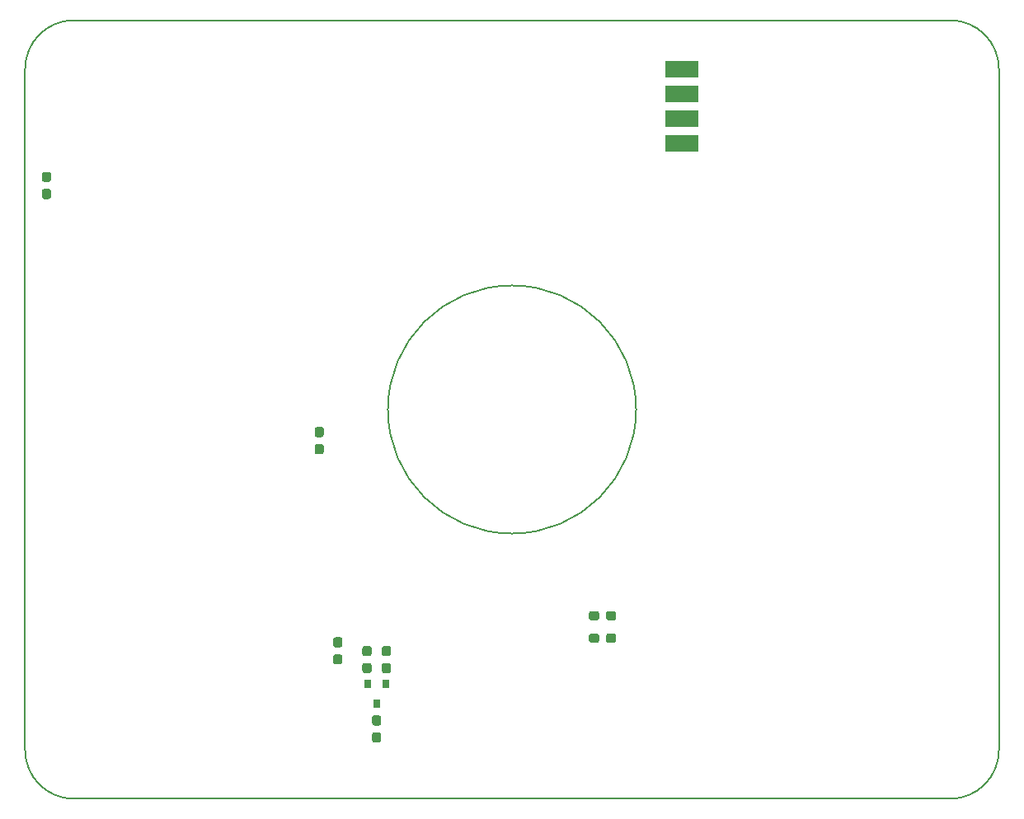
<source format=gbr>
%TF.GenerationSoftware,KiCad,Pcbnew,(5.1.6)-1*%
%TF.CreationDate,2021-02-27T16:35:54+01:00*%
%TF.ProjectId,07_LBAM_DFR,30375f4c-4241-44d5-9f44-46522e6b6963,rev?*%
%TF.SameCoordinates,Original*%
%TF.FileFunction,Paste,Top*%
%TF.FilePolarity,Positive*%
%FSLAX46Y46*%
G04 Gerber Fmt 4.6, Leading zero omitted, Abs format (unit mm)*
G04 Created by KiCad (PCBNEW (5.1.6)-1) date 2021-02-27 16:35:54*
%MOMM*%
%LPD*%
G01*
G04 APERTURE LIST*
%TA.AperFunction,Profile*%
%ADD10C,0.150000*%
%TD*%
%ADD11R,0.800000X0.900000*%
%ADD12R,3.500000X1.700000*%
G04 APERTURE END LIST*
D10*
X162747549Y-105000000D02*
G75*
G03*
X162747549Y-105000000I-12747549J0D01*
G01*
X180000000Y-65000000D02*
X195000000Y-65000000D01*
X157000000Y-65000000D02*
X180000000Y-65000000D01*
X195000000Y-65000000D02*
G75*
G02*
X200000000Y-70000000I0J-5000000D01*
G01*
X200000000Y-140000000D02*
G75*
G02*
X195000000Y-145000000I-5000000J0D01*
G01*
X105000000Y-145000000D02*
G75*
G02*
X100000000Y-140000000I0J5000000D01*
G01*
X100000000Y-70000000D02*
G75*
G02*
X105000000Y-65000000I5000000J0D01*
G01*
X100000000Y-140000000D02*
X100000000Y-70000000D01*
X195000000Y-145000000D02*
X105000000Y-145000000D01*
X200000000Y-70000000D02*
X200000000Y-140000000D01*
X105000000Y-65000000D02*
X157000000Y-65000000D01*
D11*
%TO.C,Q1*%
X136100000Y-135200000D03*
X135150000Y-133200000D03*
X137050000Y-133200000D03*
%TD*%
%TO.C,R7*%
G36*
G01*
X101962500Y-82325000D02*
X102437500Y-82325000D01*
G75*
G02*
X102675000Y-82562500I0J-237500D01*
G01*
X102675000Y-83137500D01*
G75*
G02*
X102437500Y-83375000I-237500J0D01*
G01*
X101962500Y-83375000D01*
G75*
G02*
X101725000Y-83137500I0J237500D01*
G01*
X101725000Y-82562500D01*
G75*
G02*
X101962500Y-82325000I237500J0D01*
G01*
G37*
G36*
G01*
X101962500Y-80575000D02*
X102437500Y-80575000D01*
G75*
G02*
X102675000Y-80812500I0J-237500D01*
G01*
X102675000Y-81387500D01*
G75*
G02*
X102437500Y-81625000I-237500J0D01*
G01*
X101962500Y-81625000D01*
G75*
G02*
X101725000Y-81387500I0J237500D01*
G01*
X101725000Y-80812500D01*
G75*
G02*
X101962500Y-80575000I237500J0D01*
G01*
G37*
%TD*%
%TO.C,R12*%
G36*
G01*
X130437500Y-107850000D02*
X129962500Y-107850000D01*
G75*
G02*
X129725000Y-107612500I0J237500D01*
G01*
X129725000Y-107037500D01*
G75*
G02*
X129962500Y-106800000I237500J0D01*
G01*
X130437500Y-106800000D01*
G75*
G02*
X130675000Y-107037500I0J-237500D01*
G01*
X130675000Y-107612500D01*
G75*
G02*
X130437500Y-107850000I-237500J0D01*
G01*
G37*
G36*
G01*
X130437500Y-109600000D02*
X129962500Y-109600000D01*
G75*
G02*
X129725000Y-109362500I0J237500D01*
G01*
X129725000Y-108787500D01*
G75*
G02*
X129962500Y-108550000I237500J0D01*
G01*
X130437500Y-108550000D01*
G75*
G02*
X130675000Y-108787500I0J-237500D01*
G01*
X130675000Y-109362500D01*
G75*
G02*
X130437500Y-109600000I-237500J0D01*
G01*
G37*
%TD*%
%TO.C,R13*%
G36*
G01*
X132337500Y-129450000D02*
X131862500Y-129450000D01*
G75*
G02*
X131625000Y-129212500I0J237500D01*
G01*
X131625000Y-128637500D01*
G75*
G02*
X131862500Y-128400000I237500J0D01*
G01*
X132337500Y-128400000D01*
G75*
G02*
X132575000Y-128637500I0J-237500D01*
G01*
X132575000Y-129212500D01*
G75*
G02*
X132337500Y-129450000I-237500J0D01*
G01*
G37*
G36*
G01*
X132337500Y-131200000D02*
X131862500Y-131200000D01*
G75*
G02*
X131625000Y-130962500I0J237500D01*
G01*
X131625000Y-130387500D01*
G75*
G02*
X131862500Y-130150000I237500J0D01*
G01*
X132337500Y-130150000D01*
G75*
G02*
X132575000Y-130387500I0J-237500D01*
G01*
X132575000Y-130962500D01*
G75*
G02*
X132337500Y-131200000I-237500J0D01*
G01*
G37*
%TD*%
%TO.C,R16*%
G36*
G01*
X135862500Y-138175000D02*
X136337500Y-138175000D01*
G75*
G02*
X136575000Y-138412500I0J-237500D01*
G01*
X136575000Y-138987500D01*
G75*
G02*
X136337500Y-139225000I-237500J0D01*
G01*
X135862500Y-139225000D01*
G75*
G02*
X135625000Y-138987500I0J237500D01*
G01*
X135625000Y-138412500D01*
G75*
G02*
X135862500Y-138175000I237500J0D01*
G01*
G37*
G36*
G01*
X135862500Y-136425000D02*
X136337500Y-136425000D01*
G75*
G02*
X136575000Y-136662500I0J-237500D01*
G01*
X136575000Y-137237500D01*
G75*
G02*
X136337500Y-137475000I-237500J0D01*
G01*
X135862500Y-137475000D01*
G75*
G02*
X135625000Y-137237500I0J237500D01*
G01*
X135625000Y-136662500D01*
G75*
G02*
X135862500Y-136425000I237500J0D01*
G01*
G37*
%TD*%
%TO.C,R17*%
G36*
G01*
X136862500Y-131050000D02*
X137337500Y-131050000D01*
G75*
G02*
X137575000Y-131287500I0J-237500D01*
G01*
X137575000Y-131862500D01*
G75*
G02*
X137337500Y-132100000I-237500J0D01*
G01*
X136862500Y-132100000D01*
G75*
G02*
X136625000Y-131862500I0J237500D01*
G01*
X136625000Y-131287500D01*
G75*
G02*
X136862500Y-131050000I237500J0D01*
G01*
G37*
G36*
G01*
X136862500Y-129300000D02*
X137337500Y-129300000D01*
G75*
G02*
X137575000Y-129537500I0J-237500D01*
G01*
X137575000Y-130112500D01*
G75*
G02*
X137337500Y-130350000I-237500J0D01*
G01*
X136862500Y-130350000D01*
G75*
G02*
X136625000Y-130112500I0J237500D01*
G01*
X136625000Y-129537500D01*
G75*
G02*
X136862500Y-129300000I237500J0D01*
G01*
G37*
%TD*%
%TO.C,R18*%
G36*
G01*
X135337500Y-130350000D02*
X134862500Y-130350000D01*
G75*
G02*
X134625000Y-130112500I0J237500D01*
G01*
X134625000Y-129537500D01*
G75*
G02*
X134862500Y-129300000I237500J0D01*
G01*
X135337500Y-129300000D01*
G75*
G02*
X135575000Y-129537500I0J-237500D01*
G01*
X135575000Y-130112500D01*
G75*
G02*
X135337500Y-130350000I-237500J0D01*
G01*
G37*
G36*
G01*
X135337500Y-132100000D02*
X134862500Y-132100000D01*
G75*
G02*
X134625000Y-131862500I0J237500D01*
G01*
X134625000Y-131287500D01*
G75*
G02*
X134862500Y-131050000I237500J0D01*
G01*
X135337500Y-131050000D01*
G75*
G02*
X135575000Y-131287500I0J-237500D01*
G01*
X135575000Y-131862500D01*
G75*
G02*
X135337500Y-132100000I-237500J0D01*
G01*
G37*
%TD*%
%TO.C,R34*%
G36*
G01*
X158950000Y-125962500D02*
X158950000Y-126437500D01*
G75*
G02*
X158712500Y-126675000I-237500J0D01*
G01*
X158137500Y-126675000D01*
G75*
G02*
X157900000Y-126437500I0J237500D01*
G01*
X157900000Y-125962500D01*
G75*
G02*
X158137500Y-125725000I237500J0D01*
G01*
X158712500Y-125725000D01*
G75*
G02*
X158950000Y-125962500I0J-237500D01*
G01*
G37*
G36*
G01*
X160700000Y-125962500D02*
X160700000Y-126437500D01*
G75*
G02*
X160462500Y-126675000I-237500J0D01*
G01*
X159887500Y-126675000D01*
G75*
G02*
X159650000Y-126437500I0J237500D01*
G01*
X159650000Y-125962500D01*
G75*
G02*
X159887500Y-125725000I237500J0D01*
G01*
X160462500Y-125725000D01*
G75*
G02*
X160700000Y-125962500I0J-237500D01*
G01*
G37*
%TD*%
%TO.C,R36*%
G36*
G01*
X158950000Y-128262500D02*
X158950000Y-128737500D01*
G75*
G02*
X158712500Y-128975000I-237500J0D01*
G01*
X158137500Y-128975000D01*
G75*
G02*
X157900000Y-128737500I0J237500D01*
G01*
X157900000Y-128262500D01*
G75*
G02*
X158137500Y-128025000I237500J0D01*
G01*
X158712500Y-128025000D01*
G75*
G02*
X158950000Y-128262500I0J-237500D01*
G01*
G37*
G36*
G01*
X160700000Y-128262500D02*
X160700000Y-128737500D01*
G75*
G02*
X160462500Y-128975000I-237500J0D01*
G01*
X159887500Y-128975000D01*
G75*
G02*
X159650000Y-128737500I0J237500D01*
G01*
X159650000Y-128262500D01*
G75*
G02*
X159887500Y-128025000I237500J0D01*
G01*
X160462500Y-128025000D01*
G75*
G02*
X160700000Y-128262500I0J-237500D01*
G01*
G37*
%TD*%
D12*
%TO.C,U4*%
X167460000Y-70000000D03*
X167460000Y-72540000D03*
X167460000Y-75080000D03*
X167460000Y-77620000D03*
%TD*%
M02*

</source>
